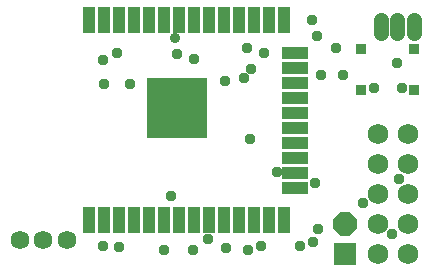
<source format=gbr>
G04 EAGLE Gerber RS-274X export*
G75*
%MOMM*%
%FSLAX34Y34*%
%LPD*%
%INSoldermask Bottom*%
%IPPOS*%
%AMOC8*
5,1,8,0,0,1.08239X$1,22.5*%
G01*
%ADD10C,1.727200*%
%ADD11R,5.203200X5.203200*%
%ADD12R,1.103200X2.203200*%
%ADD13R,2.203200X1.103200*%
%ADD14C,1.591969*%
%ADD15C,1.311200*%
%ADD16R,0.903200X0.903200*%
%ADD17P,2.144431X8X202.500000*%
%ADD18R,1.981200X1.981200*%
%ADD19C,0.959600*%
%ADD20C,0.909600*%


D10*
X332300Y116300D03*
X357700Y116300D03*
X332300Y90900D03*
X357700Y90900D03*
X332300Y65500D03*
X357700Y65500D03*
X332300Y40100D03*
X357700Y40100D03*
X332300Y14700D03*
X357700Y14700D03*
D11*
X162100Y138000D03*
D12*
X87100Y213000D03*
X99800Y213000D03*
X112500Y213000D03*
X125200Y213000D03*
X137900Y213000D03*
X150600Y213000D03*
X163300Y213000D03*
X176000Y213000D03*
X188700Y213000D03*
X201400Y213000D03*
X214100Y213000D03*
X226800Y213000D03*
X239500Y213000D03*
X252200Y213000D03*
D13*
X262200Y185150D03*
X262200Y172450D03*
X262200Y159750D03*
X262200Y147050D03*
X262200Y134350D03*
X262200Y121650D03*
X262200Y108950D03*
X262200Y96250D03*
X262200Y83550D03*
X262200Y70850D03*
D12*
X252200Y43000D03*
X239500Y43000D03*
X226800Y43000D03*
X214100Y43000D03*
X201400Y43000D03*
X188700Y43000D03*
X176000Y43000D03*
X163300Y43000D03*
X150600Y43000D03*
X137900Y43000D03*
X125200Y43000D03*
X112500Y43000D03*
X99800Y43000D03*
X87100Y43000D03*
D14*
X68760Y26130D03*
X48760Y26130D03*
X28760Y26130D03*
D15*
X348615Y201470D02*
X348615Y212550D01*
X362585Y212550D02*
X362585Y201470D01*
X334645Y201470D02*
X334645Y212550D01*
D16*
X362610Y188315D03*
X318110Y188315D03*
X318110Y153315D03*
X362610Y153315D03*
D17*
X304165Y40100D03*
D18*
X304165Y14700D03*
D19*
X99187Y179070D03*
X347853Y176558D03*
X278765Y74930D03*
X246380Y83820D03*
X223647Y111760D03*
X235585Y184785D03*
X221615Y188595D03*
X176530Y179578D03*
X121793Y158750D03*
X100330Y158750D03*
X188595Y27150D03*
X281305Y35560D03*
X175641Y17907D03*
X99695Y21590D03*
X203708Y19911D03*
X151003Y18161D03*
X112776Y20447D03*
X162262Y183670D03*
X202592Y161063D03*
D20*
X160020Y197485D03*
D19*
X276352Y212725D03*
X111125Y184359D03*
X352298Y155448D03*
X328549Y155067D03*
X280162Y198755D03*
X156464Y63500D03*
X232918Y21463D03*
X266065Y21590D03*
X222250Y17907D03*
X276860Y24765D03*
X218440Y163195D03*
X344170Y31115D03*
X349544Y78105D03*
X283972Y166370D03*
X224437Y171450D03*
X296672Y189103D03*
X302260Y166243D03*
X319242Y57948D03*
M02*

</source>
